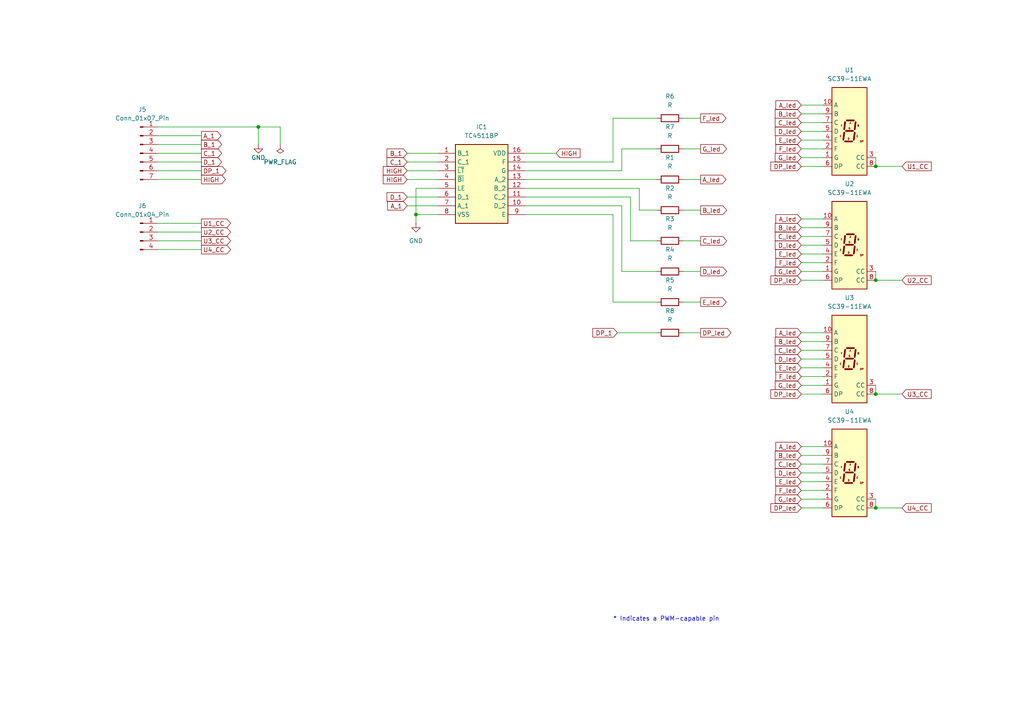
<source format=kicad_sch>
(kicad_sch (version 20250114) (generator "eeschema") (generator_version "9.0")
  (paper "A4")
  (title_block (date "mar. 31 mars 2015"))
  (lib_symbols
    (symbol "Connector:Conn_01x04_Pin" (pin_names (offset 1.016) (hide yes))
      (property "Reference" "J" (at 0 5.08 0))
      (property "Value" "Conn_01x04_Pin" (at 0 -7.62 0))
      (symbol "Conn_01x04_Pin_1_1"
        (rectangle (start 0.8636 2.667) (end 0 2.413) (stroke (width 0.1524)) (fill (type outline)))
        (rectangle (start 0.8636 0.127) (end 0 -0.127) (stroke (width 0.1524)) (fill (type outline)))
        (rectangle (start 0.8636 -2.413) (end 0 -2.667) (stroke (width 0.1524)) (fill (type outline)))
        (rectangle (start 0.8636 -4.953) (end 0 -5.207) (stroke (width 0.1524)) (fill (type outline)))
        (polyline (pts (xy 1.27 2.54) (xy 0.8636 2.54)) (stroke (width 0.1524)))
        (polyline (pts (xy 1.27 0) (xy 0.8636 0)) (stroke (width 0.1524)))
        (polyline (pts (xy 1.27 -2.54) (xy 0.8636 -2.54)) (stroke (width 0.1524)))
        (polyline (pts (xy 1.27 -5.08) (xy 0.8636 -5.08)) (stroke (width 0.1524)))
        (pin passive line (at 5.08 2.54 180) (length 3.81) (name "Pin_1") (number "1"))
        (pin passive line (at 5.08 0 180) (length 3.81) (name "Pin_2") (number "2"))
        (pin passive line (at 5.08 -2.54 180) (length 3.81) (name "Pin_3") (number "3"))
        (pin passive line (at 5.08 -5.08 180) (length 3.81) (name "Pin_4") (number "4"))
      )
    )
    (symbol "Connector:Conn_01x07_Pin" (pin_names (offset 1.016) (hide yes))
      (property "Reference" "J" (at 0 10.16 0))
      (property "Value" "Conn_01x07_Pin" (at 0 -10.16 0))
      (symbol "Conn_01x07_Pin_1_1"
        (rectangle (start 0.8636 7.747) (end 0 7.493) (stroke (width 0.1524)) (fill (type outline)))
        (rectangle (start 0.8636 5.207) (end 0 4.953) (stroke (width 0.1524)) (fill (type outline)))
        (rectangle (start 0.8636 2.667) (end 0 2.413) (stroke (width 0.1524)) (fill (type outline)))
        (rectangle (start 0.8636 0.127) (end 0 -0.127) (stroke (width 0.1524)) (fill (type outline)))
        (rectangle (start 0.8636 -2.413) (end 0 -2.667) (stroke (width 0.1524)) (fill (type outline)))
        (rectangle (start 0.8636 -4.953) (end 0 -5.207) (stroke (width 0.1524)) (fill (type outline)))
        (rectangle (start 0.8636 -7.493) (end 0 -7.747) (stroke (width 0.1524)) (fill (type outline)))
        (polyline (pts (xy 1.27 7.62) (xy 0.8636 7.62)) (stroke (width 0.1524)))
        (polyline (pts (xy 1.27 5.08) (xy 0.8636 5.08)) (stroke (width 0.1524)))
        (polyline (pts (xy 1.27 2.54) (xy 0.8636 2.54)) (stroke (width 0.1524)))
        (polyline (pts (xy 1.27 0) (xy 0.8636 0)) (stroke (width 0.1524)))
        (polyline (pts (xy 1.27 -2.54) (xy 0.8636 -2.54)) (stroke (width 0.1524)))
        (polyline (pts (xy 1.27 -5.08) (xy 0.8636 -5.08)) (stroke (width 0.1524)))
        (polyline (pts (xy 1.27 -7.62) (xy 0.8636 -7.62)) (stroke (width 0.1524)))
        (pin passive line (at 5.08 7.62 180) (length 3.81) (name "Pin_1") (number "1"))
        (pin passive line (at 5.08 5.08 180) (length 3.81) (name "Pin_2") (number "2"))
        (pin passive line (at 5.08 2.54 180) (length 3.81) (name "Pin_3") (number "3"))
        (pin passive line (at 5.08 0 180) (length 3.81) (name "Pin_4") (number "4"))
        (pin passive line (at 5.08 -2.54 180) (length 3.81) (name "Pin_5") (number "5"))
        (pin passive line (at 5.08 -5.08 180) (length 3.81) (name "Pin_6") (number "6"))
        (pin passive line (at 5.08 -7.62 180) (length 3.81) (name "Pin_7") (number "7"))
      )
    )
    (symbol "Device:R" (pin_numbers (hide yes)) (pin_names (offset 0))
      (property "Reference" "R" (at 2.032 0 90))
      (property "Value" "R" (at 0 0 90))
      (symbol "R_0_1"
        (rectangle (start -1.016 -2.54) (end 1.016 2.54) (stroke (width 0.254)))
      )
      (symbol "R_1_1"
        (pin passive line (at 0 3.81 270) (length 1.27) (name "~") (number "1"))
        (pin passive line (at 0 -3.81 90) (length 1.27) (name "~") (number "2"))
      )
    )
    (symbol "Display_Character:SC39-11EWA"
      (property "Reference" "U" (at -3.81 13.97 0))
      (property "Value" "SC39-11EWA" (at 6.35 13.97 0))
      (symbol "SC39-11EWA_1_0"
        (text "E" (at -2.54 -1.397 0) (effects (font (size 0.508 0.508))))
        (text "F" (at -2.286 1.651 0) (effects (font (size 0.508 0.508))))
        (text "D" (at -0.254 -2.159 0) (effects (font (size 0.508 0.508))))
        (text "G" (at 0 0.889 0) (effects (font (size 0.508 0.508))))
        (text "A" (at 0.254 2.413 0) (effects (font (size 0.508 0.508))))
        (text "C" (at 2.286 -1.397 0) (effects (font (size 0.508 0.508))))
        (text "B" (at 2.54 1.651 0) (effects (font (size 0.508 0.508))))
        (text "DP" (at 3.556 -2.921 0) (effects (font (size 0.508 0.508))))
      )
      (symbol "SC39-11EWA_1_1"
        (rectangle (start -5.08 12.7) (end 5.08 -12.7) (stroke (width 0.254)) (fill (type background)))
        (polyline (pts (xy -1.524 -0.381) (xy -1.778 -2.413)) (stroke (width 0.508)))
        (polyline (pts (xy -1.27 2.667) (xy -1.524 0.635)) (stroke (width 0.508)))
        (polyline (pts (xy -1.27 -2.921) (xy 0.762 -2.921)) (stroke (width 0.508)))
        (polyline (pts (xy -1.016 0.127) (xy 1.016 0.127)) (stroke (width 0.508)))
        (polyline (pts (xy -0.762 3.175) (xy 1.27 3.175)) (stroke (width 0.508)))
        (polyline (pts (xy 1.524 -0.381) (xy 1.27 -2.413)) (stroke (width 0.508)))
        (polyline (pts (xy 1.778 2.667) (xy 1.524 0.635)) (stroke (width 0.508)))
        (polyline (pts (xy 2.54 -2.921) (xy 2.54 -2.921)) (stroke (width 0.508)))
        (pin input line (at -7.62 7.62 0) (length 2.54) (name "A") (number "10"))
        (pin input line (at -7.62 5.08 0) (length 2.54) (name "B") (number "9"))
        (pin input line (at -7.62 2.54 0) (length 2.54) (name "C") (number "7"))
        (pin input line (at -7.62 0 0) (length 2.54) (name "D") (number "5"))
        (pin input line (at -7.62 -2.54 0) (length 2.54) (name "E") (number "4"))
        (pin input line (at -7.62 -5.08 0) (length 2.54) (name "F") (number "2"))
        (pin input line (at -7.62 -7.62 0) (length 2.54) (name "G") (number "1"))
        (pin input line (at -7.62 -10.16 0) (length 2.54) (name "DP") (number "6"))
        (pin input line (at 7.62 -7.62 180) (length 2.54) (name "CC") (number "3"))
        (pin input line (at 7.62 -10.16 180) (length 2.54) (name "CC") (number "8"))
      )
    )
    (symbol "TC4511BP:TC4511BP"
      (property "Reference" "IC" (at 21.59 7.62 0))
      (property "Value" "TC4511BP" (at 21.59 5.08 0))
      (symbol "TC4511BP_1_1"
        (rectangle (start 5.08 2.54) (end 20.32 -20.32) (stroke (width 0.254)) (fill (type background)))
        (pin passive line (at 0 0 0) (length 5.08) (name "B_1") (number "1"))
        (pin passive line (at 0 -2.54 0) (length 5.08) (name "C_1") (number "2"))
        (pin passive line (at 0 -5.08 0) (length 5.08) (name "~{LT}") (number "3"))
        (pin passive line (at 0 -7.62 0) (length 5.08) (name "~{BI}") (number "4"))
        (pin passive line (at 0 -10.16 0) (length 5.08) (name "LE") (number "5"))
        (pin passive line (at 0 -12.7 0) (length 5.08) (name "D_1") (number "6"))
        (pin passive line (at 0 -15.24 0) (length 5.08) (name "A_1") (number "7"))
        (pin passive line (at 0 -17.78 0) (length 5.08) (name "VSS") (number "8"))
        (pin passive line (at 25.4 0 180) (length 5.08) (name "VDD") (number "16"))
        (pin passive line (at 25.4 -2.54 180) (length 5.08) (name "F") (number "15"))
        (pin passive line (at 25.4 -5.08 180) (length 5.08) (name "G") (number "14"))
        (pin passive line (at 25.4 -7.62 180) (length 5.08) (name "A_2") (number "13"))
        (pin passive line (at 25.4 -10.16 180) (length 5.08) (name "B_2") (number "12"))
        (pin passive line (at 25.4 -12.7 180) (length 5.08) (name "C_2") (number "11"))
        (pin passive line (at 25.4 -15.24 180) (length 5.08) (name "D_2") (number "10"))
        (pin passive line (at 25.4 -17.78 180) (length 5.08) (name "E") (number "9"))
      )
    )
    (symbol "power:GND" (power) (pin_numbers (hide yes)) (pin_names (offset 0) (hide yes))
      (property "Value" "GND" (at 0 -3.81 0))
      (symbol "GND_0_1"
        (polyline (pts (xy 0 0) (xy 0 -1.27) (xy 1.27 -1.27) (xy 0 -2.54) (xy -1.27 -1.27) (xy 0 -1.27)))
      )
      (symbol "GND_1_1"
        (pin power_in line (at 0 0 270) (length 0) (name "~") (number "1"))
      )
    )
    (symbol "power:PWR_FLAG" (power) (pin_numbers (hide yes)) (pin_names (offset 0) (hide yes))
      (property "Value" "PWR_FLAG" (at 0 3.81 0))
      (symbol "PWR_FLAG_0_0"
        (pin power_out line (at 0 0 90) (length 0) (name "~") (number "1"))
      )
      (symbol "PWR_FLAG_0_1"
        (polyline (pts (xy 0 0) (xy 0 1.27) (xy -1.016 1.905) (xy 0 2.54) (xy 1.016 1.905) (xy 0 1.27)))
      )
    )
  )
  (text "* Indicates a PWM-capable pin" (at 177.8 180.34 0) (effects (font (size 1.27 1.27)) (justify left bottom)))
  (junction (at 74.93 36.83))
  (junction (at 254 81.28))
  (junction (at 254 147.32))
  (junction (at 254 48.26))
  (junction (at 120.65 62.23))
  (junction (at 254 114.3))
  (wire (pts (xy 180.34 59.69) (xy 180.34 78.74)))
  (wire (pts (xy 198.12 87.63) (xy 203.2 87.63)))
  (wire (pts (xy 177.8 87.63) (xy 190.5 87.63)))
  (wire (pts (xy 232.41 33.02) (xy 238.76 33.02)))
  (wire (pts (xy 232.41 144.78) (xy 238.76 144.78)))
  (wire (pts (xy 254 81.28) (xy 261.62 81.28)))
  (wire (pts (xy 232.41 66.04) (xy 238.76 66.04)))
  (wire (pts (xy 254 144.78) (xy 254 147.32)))
  (wire (pts (xy 232.41 114.3) (xy 238.76 114.3)))
  (wire (pts (xy 182.88 57.15) (xy 182.88 69.85)))
  (wire (pts (xy 120.65 54.61) (xy 120.65 62.23)))
  (wire (pts (xy 254 111.76) (xy 254 114.3)))
  (wire (pts (xy 45.72 52.07) (xy 58.42 52.07)))
  (wire (pts (xy 232.41 68.58) (xy 238.76 68.58)))
  (wire (pts (xy 232.41 38.1) (xy 238.76 38.1)))
  (wire (pts (xy 177.8 62.23) (xy 177.8 87.63)))
  (wire (pts (xy 152.4 59.69) (xy 180.34 59.69)))
  (wire (pts (xy 45.72 69.85) (xy 58.42 69.85)))
  (wire (pts (xy 177.8 46.99) (xy 177.8 34.29)))
  (wire (pts (xy 45.72 64.77) (xy 58.42 64.77)))
  (wire (pts (xy 232.41 40.64) (xy 238.76 40.64)))
  (wire (pts (xy 182.88 69.85) (xy 190.5 69.85)))
  (wire (pts (xy 232.41 132.08) (xy 238.76 132.08)))
  (wire (pts (xy 232.41 71.12) (xy 238.76 71.12)))
  (wire (pts (xy 190.5 43.18) (xy 180.34 43.18)))
  (wire (pts (xy 232.41 101.6) (xy 238.76 101.6)))
  (wire (pts (xy 232.41 76.2) (xy 238.76 76.2)))
  (wire (pts (xy 232.41 104.14) (xy 238.76 104.14)))
  (wire (pts (xy 45.72 46.99) (xy 58.42 46.99)))
  (wire (pts (xy 180.34 43.18) (xy 180.34 49.53)))
  (wire (pts (xy 232.41 134.62) (xy 238.76 134.62)))
  (wire (pts (xy 45.72 44.45) (xy 58.42 44.45)))
  (wire (pts (xy 118.11 52.07) (xy 127 52.07)))
  (wire (pts (xy 185.42 54.61) (xy 152.4 54.61)))
  (wire (pts (xy 45.72 49.53) (xy 58.42 49.53)))
  (wire (pts (xy 232.41 106.68) (xy 238.76 106.68)))
  (wire (pts (xy 198.12 96.52) (xy 203.2 96.52)))
  (wire (pts (xy 118.11 44.45) (xy 127 44.45)))
  (wire (pts (xy 232.41 137.16) (xy 238.76 137.16)))
  (wire (pts (xy 232.41 73.66) (xy 238.76 73.66)))
  (wire (pts (xy 198.12 60.96) (xy 203.2 60.96)))
  (wire (pts (xy 45.72 72.39) (xy 58.42 72.39)))
  (wire (pts (xy 232.41 45.72) (xy 238.76 45.72)))
  (wire (pts (xy 254 45.72) (xy 254 48.26)))
  (wire (pts (xy 152.4 62.23) (xy 177.8 62.23)))
  (wire (pts (xy 190.5 60.96) (xy 185.42 60.96)))
  (wire (pts (xy 118.11 57.15) (xy 127 57.15)))
  (wire (pts (xy 120.65 64.77) (xy 120.65 62.23)))
  (wire (pts (xy 118.11 59.69) (xy 127 59.69)))
  (wire (pts (xy 232.41 99.06) (xy 238.76 99.06)))
  (wire (pts (xy 127 54.61) (xy 120.65 54.61)))
  (wire (pts (xy 232.41 111.76) (xy 238.76 111.76)))
  (wire (pts (xy 254 147.32) (xy 261.62 147.32)))
  (wire (pts (xy 81.28 41.91) (xy 81.28 36.83)))
  (wire (pts (xy 198.12 43.18) (xy 203.2 43.18)))
  (wire (pts (xy 152.4 46.99) (xy 177.8 46.99)))
  (wire (pts (xy 45.72 67.31) (xy 58.42 67.31)))
  (wire (pts (xy 120.65 62.23) (xy 127 62.23)))
  (wire (pts (xy 232.41 81.28) (xy 238.76 81.28)))
  (wire (pts (xy 179.07 96.52) (xy 190.5 96.52)))
  (wire (pts (xy 232.41 48.26) (xy 238.76 48.26)))
  (wire (pts (xy 198.12 69.85) (xy 203.2 69.85)))
  (wire (pts (xy 232.41 30.48) (xy 238.76 30.48)))
  (wire (pts (xy 81.28 36.83) (xy 74.93 36.83)))
  (wire (pts (xy 118.11 46.99) (xy 127 46.99)))
  (wire (pts (xy 185.42 60.96) (xy 185.42 54.61)))
  (wire (pts (xy 232.41 142.24) (xy 238.76 142.24)))
  (wire (pts (xy 232.41 35.56) (xy 238.76 35.56)))
  (wire (pts (xy 198.12 52.07) (xy 203.2 52.07)))
  (wire (pts (xy 232.41 139.7) (xy 238.76 139.7)))
  (wire (pts (xy 232.41 147.32) (xy 238.76 147.32)))
  (wire (pts (xy 232.41 63.5) (xy 238.76 63.5)))
  (wire (pts (xy 180.34 49.53) (xy 152.4 49.53)))
  (wire (pts (xy 74.93 36.83) (xy 45.72 36.83)))
  (wire (pts (xy 232.41 109.22) (xy 238.76 109.22)))
  (wire (pts (xy 232.41 96.52) (xy 238.76 96.52)))
  (wire (pts (xy 118.11 49.53) (xy 127 49.53)))
  (wire (pts (xy 254 48.26) (xy 261.62 48.26)))
  (wire (pts (xy 232.41 129.54) (xy 238.76 129.54)))
  (wire (pts (xy 45.72 41.91) (xy 58.42 41.91)))
  (wire (pts (xy 254 78.74) (xy 254 81.28)))
  (wire (pts (xy 254 114.3) (xy 261.62 114.3)))
  (wire (pts (xy 198.12 78.74) (xy 203.2 78.74)))
  (wire (pts (xy 180.34 78.74) (xy 190.5 78.74)))
  (wire (pts (xy 152.4 57.15) (xy 182.88 57.15)))
  (wire (pts (xy 198.12 34.29) (xy 203.2 34.29)))
  (wire (pts (xy 232.41 78.74) (xy 238.76 78.74)))
  (wire (pts (xy 232.41 43.18) (xy 238.76 43.18)))
  (wire (pts (xy 152.4 52.07) (xy 190.5 52.07)))
  (wire (pts (xy 152.4 44.45) (xy 161.29 44.45)))
  (wire (pts (xy 45.72 39.37) (xy 58.42 39.37)))
  (wire (pts (xy 177.8 34.29) (xy 190.5 34.29)))
  (wire (pts (xy 74.93 41.91) (xy 74.93 36.83)))
  (global_label "G_led" (shape output) (at 203.2 43.18 0) (property "Intersheetrefs" "${INTERSHEET_REFS}" (effects (hide yes))))
  (global_label "A_led" (shape input) (at 232.41 63.5 180) (property "Intersheetrefs" "${INTERSHEET_REFS}" (effects (hide yes))))
  (global_label "B_1" (shape output) (at 58.42 41.91 0) (property "Intersheetrefs" "${INTERSHEET_REFS}" (effects (hide yes))))
  (global_label "DP_1" (shape input) (at 179.07 96.52 180) (property "Intersheetrefs" "${INTERSHEET_REFS}" (effects (hide yes))))
  (global_label "HIGH" (shape input) (at 118.11 49.53 180) (property "Intersheetrefs" "${INTERSHEET_REFS}" (effects (hide yes))))
  (global_label "D_led" (shape input) (at 232.41 104.14 180) (property "Intersheetrefs" "${INTERSHEET_REFS}" (effects (hide yes))))
  (global_label "A_led" (shape input) (at 232.41 96.52 180) (property "Intersheetrefs" "${INTERSHEET_REFS}" (effects (hide yes))))
  (global_label "C_led" (shape input) (at 232.41 68.58 180) (property "Intersheetrefs" "${INTERSHEET_REFS}" (effects (hide yes))))
  (global_label "B_led" (shape output) (at 203.2 60.96 0) (property "Intersheetrefs" "${INTERSHEET_REFS}" (effects (hide yes))))
  (global_label "A_1" (shape output) (at 58.42 39.37 0) (property "Intersheetrefs" "${INTERSHEET_REFS}" (effects (hide yes))))
  (global_label "U1_CC" (shape output) (at 58.42 64.77 0) (property "Intersheetrefs" "${INTERSHEET_REFS}" (effects (hide yes))))
  (global_label "F_led" (shape input) (at 232.41 109.22 180) (property "Intersheetrefs" "${INTERSHEET_REFS}" (effects (hide yes))))
  (global_label "HIGH" (shape input) (at 118.11 52.07 180) (property "Intersheetrefs" "${INTERSHEET_REFS}" (effects (hide yes))))
  (global_label "F_led" (shape input) (at 232.41 76.2 180) (property "Intersheetrefs" "${INTERSHEET_REFS}" (effects (hide yes))))
  (global_label "HIGH" (shape input) (at 161.29 44.45 0) (property "Intersheetrefs" "${INTERSHEET_REFS}" (effects (hide yes))))
  (global_label "B_1" (shape input) (at 118.11 44.45 180) (property "Intersheetrefs" "${INTERSHEET_REFS}" (effects (hide yes))))
  (global_label "DP_led" (shape output) (at 203.2 96.52 0) (property "Intersheetrefs" "${INTERSHEET_REFS}" (effects (hide yes))))
  (global_label "DP_led" (shape input) (at 232.41 48.26 180) (property "Intersheetrefs" "${INTERSHEET_REFS}" (effects (hide yes))))
  (global_label "A_led" (shape output) (at 203.2 52.07 0) (property "Intersheetrefs" "${INTERSHEET_REFS}" (effects (hide yes))))
  (global_label "U3_CC" (shape output) (at 58.42 69.85 0) (property "Intersheetrefs" "${INTERSHEET_REFS}" (effects (hide yes))))
  (global_label "F_led" (shape input) (at 232.41 142.24 180) (property "Intersheetrefs" "${INTERSHEET_REFS}" (effects (hide yes))))
  (global_label "F_led" (shape input) (at 232.41 43.18 180) (property "Intersheetrefs" "${INTERSHEET_REFS}" (effects (hide yes))))
  (global_label "D_led" (shape output) (at 203.2 78.74 0) (property "Intersheetrefs" "${INTERSHEET_REFS}" (effects (hide yes))))
  (global_label "F_led" (shape output) (at 203.2 34.29 0) (property "Intersheetrefs" "${INTERSHEET_REFS}" (effects (hide yes))))
  (global_label "E_led" (shape input) (at 232.41 40.64 180) (property "Intersheetrefs" "${INTERSHEET_REFS}" (effects (hide yes))))
  (global_label "B_led" (shape input) (at 232.41 33.02 180) (property "Intersheetrefs" "${INTERSHEET_REFS}" (effects (hide yes))))
  (global_label "A_led" (shape input) (at 232.41 30.48 180) (property "Intersheetrefs" "${INTERSHEET_REFS}" (effects (hide yes))))
  (global_label "G_led" (shape input) (at 232.41 144.78 180) (property "Intersheetrefs" "${INTERSHEET_REFS}" (effects (hide yes))))
  (global_label "C_1" (shape input) (at 118.11 46.99 180) (property "Intersheetrefs" "${INTERSHEET_REFS}" (effects (hide yes))))
  (global_label "D_1" (shape input) (at 118.11 57.15 180) (property "Intersheetrefs" "${INTERSHEET_REFS}" (effects (hide yes))))
  (global_label "E_led" (shape input) (at 232.41 106.68 180) (property "Intersheetrefs" "${INTERSHEET_REFS}" (effects (hide yes))))
  (global_label "U2_CC" (shape output) (at 58.42 67.31 0) (property "Intersheetrefs" "${INTERSHEET_REFS}" (effects (hide yes))))
  (global_label "DP_1" (shape output) (at 58.42 49.53 0) (property "Intersheetrefs" "${INTERSHEET_REFS}" (effects (hide yes))))
  (global_label "C_led" (shape output) (at 203.2 69.85 0) (property "Intersheetrefs" "${INTERSHEET_REFS}" (effects (hide yes))))
  (global_label "DP_led" (shape input) (at 232.41 81.28 180) (property "Intersheetrefs" "${INTERSHEET_REFS}" (effects (hide yes))))
  (global_label "C_1" (shape output) (at 58.42 44.45 0) (property "Intersheetrefs" "${INTERSHEET_REFS}" (effects (hide yes))))
  (global_label "E_led" (shape input) (at 232.41 73.66 180) (property "Intersheetrefs" "${INTERSHEET_REFS}" (effects (hide yes))))
  (global_label "A_1" (shape input) (at 118.11 59.69 180) (property "Intersheetrefs" "${INTERSHEET_REFS}" (effects (hide yes))))
  (global_label "U3_CC" (shape input) (at 261.62 114.3 0) (property "Intersheetrefs" "${INTERSHEET_REFS}" (effects (hide yes))))
  (global_label "U1_CC" (shape input) (at 261.62 48.26 0) (property "Intersheetrefs" "${INTERSHEET_REFS}" (effects (hide yes))))
  (global_label "E_led" (shape input) (at 232.41 139.7 180) (property "Intersheetrefs" "${INTERSHEET_REFS}" (effects (hide yes))))
  (global_label "B_led" (shape input) (at 232.41 66.04 180) (property "Intersheetrefs" "${INTERSHEET_REFS}" (effects (hide yes))))
  (global_label "U4_CC" (shape input) (at 261.62 147.32 0) (property "Intersheetrefs" "${INTERSHEET_REFS}" (effects (hide yes))))
  (global_label "G_led" (shape input) (at 232.41 45.72 180) (property "Intersheetrefs" "${INTERSHEET_REFS}" (effects (hide yes))))
  (global_label "U2_CC" (shape input) (at 261.62 81.28 0) (property "Intersheetrefs" "${INTERSHEET_REFS}" (effects (hide yes))))
  (global_label "A_led" (shape input) (at 232.41 129.54 180) (property "Intersheetrefs" "${INTERSHEET_REFS}" (effects (hide yes))))
  (global_label "C_led" (shape input) (at 232.41 101.6 180) (property "Intersheetrefs" "${INTERSHEET_REFS}" (effects (hide yes))))
  (global_label "E_led" (shape output) (at 203.2 87.63 0) (property "Intersheetrefs" "${INTERSHEET_REFS}" (effects (hide yes))))
  (global_label "D_led" (shape input) (at 232.41 38.1 180) (property "Intersheetrefs" "${INTERSHEET_REFS}" (effects (hide yes))))
  (global_label "G_led" (shape input) (at 232.41 78.74 180) (property "Intersheetrefs" "${INTERSHEET_REFS}" (effects (hide yes))))
  (global_label "G_led" (shape input) (at 232.41 111.76 180) (property "Intersheetrefs" "${INTERSHEET_REFS}" (effects (hide yes))))
  (global_label "B_led" (shape input) (at 232.41 132.08 180) (property "Intersheetrefs" "${INTERSHEET_REFS}" (effects (hide yes))))
  (global_label "D_led" (shape input) (at 232.41 71.12 180) (property "Intersheetrefs" "${INTERSHEET_REFS}" (effects (hide yes))))
  (global_label "DP_led" (shape input) (at 232.41 147.32 180) (property "Intersheetrefs" "${INTERSHEET_REFS}" (effects (hide yes))))
  (global_label "U4_CC" (shape output) (at 58.42 72.39 0) (property "Intersheetrefs" "${INTERSHEET_REFS}" (effects (hide yes))))
  (global_label "C_led" (shape input) (at 232.41 134.62 180) (property "Intersheetrefs" "${INTERSHEET_REFS}" (effects (hide yes))))
  (global_label "DP_led" (shape input) (at 232.41 114.3 180) (property "Intersheetrefs" "${INTERSHEET_REFS}" (effects (hide yes))))
  (global_label "B_led" (shape input) (at 232.41 99.06 180) (property "Intersheetrefs" "${INTERSHEET_REFS}" (effects (hide yes))))
  (global_label "HIGH" (shape output) (at 58.42 52.07 0) (property "Intersheetrefs" "${INTERSHEET_REFS}" (effects (hide yes))))
  (global_label "D_1" (shape output) (at 58.42 46.99 0) (property "Intersheetrefs" "${INTERSHEET_REFS}" (effects (hide yes))))
  (global_label "D_led" (shape input) (at 232.41 137.16 180) (property "Intersheetrefs" "${INTERSHEET_REFS}" (effects (hide yes))))
  (global_label "C_led" (shape input) (at 232.41 35.56 180) (property "Intersheetrefs" "${INTERSHEET_REFS}" (effects (hide yes))))
  (symbol (lib_id "power:GND") (at 74.93 41.91 0) (unit 1)
    (property "Reference" "#PWR05" (effects (hide yes)))
    (property "Value" "GND" (at 74.93 45.72 0))
    (property "Description" "Power symbol creates a global label with name \"GND\" , ground" (effects (hide yes)))
  )
  (symbol (lib_id "Display_Character:SC39-11EWA") (at 246.38 71.12 0) (unit 1)
    (property "Reference" "U2" (at 246.38 53.34 0))
    (property "Value" "SC39-11EWA" (at 246.38 55.88 0))
    (property "Footprint" "Display_7Segment:Sx39-1xxxxx" (effects (hide yes)))
    (property "Datasheet" "http://www.kingbrightusa.com/images/catalog/SPEC/sc39-11ewa.pdf" (effects (hide yes)))
    (property "Description" "Single digit 7 segment display, high efficiency red, common cathode" (effects (hide yes)))
  )
  (symbol (lib_id "Device:R") (at 194.31 60.96 90) (unit 1)
    (property "Reference" "R2" (at 194.31 54.61 90))
    (property "Value" "R" (at 194.31 57.15 90))
    (property "Footprint" "Resistor_THT:R_Axial_DIN0207_L6.3mm_D2.5mm_P10.16mm_Horizontal" (effects (hide yes)))
    (property "Description" "Resistor" (effects (hide yes)))
  )
  (symbol (lib_id "Connector:Conn_01x07_Pin") (at 40.64 44.45 0) (unit 1)
    (property "Reference" "J5" (at 41.275 31.75 0))
    (property "Value" "Conn_01x07_Pin" (at 41.275 34.29 0))
    (property "Footprint" "Connector_PinHeader_2.54mm:PinHeader_1x07_P2.54mm_Vertical" (effects (hide yes)))
    (property "Description" "Generic connector, single row, 01x07, script generated" (effects (hide yes)))
  )
  (symbol (lib_id "Device:R") (at 194.31 96.52 90) (unit 1)
    (property "Reference" "R8" (at 194.31 90.17 90))
    (property "Value" "R" (at 194.31 92.71 90))
    (property "Footprint" "Resistor_THT:R_Axial_DIN0207_L6.3mm_D2.5mm_P10.16mm_Horizontal" (effects (hide yes)))
    (property "Description" "Resistor" (effects (hide yes)))
  )
  (symbol (lib_id "Device:R") (at 194.31 78.74 90) (unit 1)
    (property "Reference" "R4" (at 194.31 72.39 90))
    (property "Value" "R" (at 194.31 74.93 90))
    (property "Footprint" "Resistor_THT:R_Axial_DIN0207_L6.3mm_D2.5mm_P10.16mm_Horizontal" (effects (hide yes)))
    (property "Description" "Resistor" (effects (hide yes)))
  )
  (symbol (lib_id "Display_Character:SC39-11EWA") (at 246.38 38.1 0) (unit 1)
    (property "Reference" "U1" (at 246.38 20.32 0))
    (property "Value" "SC39-11EWA" (at 246.38 22.86 0))
    (property "Footprint" "Display_7Segment:Sx39-1xxxxx" (effects (hide yes)))
    (property "Datasheet" "http://www.kingbrightusa.com/images/catalog/SPEC/sc39-11ewa.pdf" (effects (hide yes)))
    (property "Description" "Single digit 7 segment display, high efficiency red, common cathode" (effects (hide yes)))
  )
  (symbol (lib_id "Device:R") (at 194.31 69.85 90) (unit 1)
    (property "Reference" "R3" (at 194.31 63.5 90))
    (property "Value" "R" (at 194.31 66.04 90))
    (property "Footprint" "Resistor_THT:R_Axial_DIN0207_L6.3mm_D2.5mm_P10.16mm_Horizontal" (effects (hide yes)))
    (property "Description" "Resistor" (effects (hide yes)))
  )
  (symbol (lib_id "Connector:Conn_01x04_Pin") (at 40.64 67.31 0) (unit 1)
    (property "Reference" "J6" (at 41.275 59.69 0))
    (property "Value" "Conn_01x04_Pin" (at 41.275 62.23 0))
    (property "Footprint" "Connector_PinHeader_2.54mm:PinHeader_1x04_P2.54mm_Vertical" (effects (hide yes)))
    (property "Description" "Generic connector, single row, 01x04, script generated" (effects (hide yes)))
  )
  (symbol (lib_id "Device:R") (at 194.31 87.63 90) (unit 1)
    (property "Reference" "R5" (at 194.31 81.28 90))
    (property "Value" "R" (at 194.31 83.82 90))
    (property "Footprint" "Resistor_THT:R_Axial_DIN0207_L6.3mm_D2.5mm_P10.16mm_Horizontal" (effects (hide yes)))
    (property "Description" "Resistor" (effects (hide yes)))
  )
  (symbol (lib_id "power:PWR_FLAG") (at 81.28 41.91 0) (mirror x) (unit 1)
    (property "Reference" "#FLG02" (effects (hide yes)))
    (property "Value" "PWR_FLAG" (at 81.28 46.99 0))
    (property "Description" "Special symbol for telling ERC where power comes from" (effects (hide yes)))
  )
  (symbol (lib_id "Display_Character:SC39-11EWA") (at 246.38 137.16 0) (unit 1)
    (property "Reference" "U4" (at 246.38 119.38 0))
    (property "Value" "SC39-11EWA" (at 246.38 121.92 0))
    (property "Footprint" "Display_7Segment:Sx39-1xxxxx" (effects (hide yes)))
    (property "Datasheet" "http://www.kingbrightusa.com/images/catalog/SPEC/sc39-11ewa.pdf" (effects (hide yes)))
    (property "Description" "Single digit 7 segment display, high efficiency red, common cathode" (effects (hide yes)))
  )
  (symbol (lib_id "TC4511BP:TC4511BP") (at 127 44.45 0) (unit 1)
    (property "Reference" "IC1" (at 139.7 36.83 0))
    (property "Value" "TC4511BP" (at 139.7 39.37 0))
    (property "Footprint" "TC4511BP:DIP762W60P254L1975H445Q16N" (effects (hide yes)))
    (property "Datasheet" "https://toshiba.semicon-storage.com/info/TC4511BP_datasheet_en_20201015.pdf?did=19842&prodName=TC4511BP" (effects (hide yes)))
    (property "Description" "BCD-to-Seven Segment Latch/Decoder/Driver" (effects (hide yes)))
    (property "Height" "4.45" (effects (hide yes)))
    (property "Manufacturer_Name" "Toshiba" (effects (hide yes)))
    (property "Manufacturer_Part_Number" "TC4511BP" (effects (hide yes)))
    (property "Mouser Part Number" "N/A" (effects (hide yes)))
    (property "Mouser Price/Stock" "https://www.mouser.co.uk/ProductDetail/Toshiba/TC4511BP?qs=NQMal8mNAAvK6bcMDho3fw%3D%3D" (effects (hide yes)))
  )
  (symbol (lib_id "Display_Character:SC39-11EWA") (at 246.38 104.14 0) (unit 1)
    (property "Reference" "U3" (at 246.38 86.36 0))
    (property "Value" "SC39-11EWA" (at 246.38 88.9 0))
    (property "Footprint" "Display_7Segment:Sx39-1xxxxx" (effects (hide yes)))
    (property "Datasheet" "http://www.kingbrightusa.com/images/catalog/SPEC/sc39-11ewa.pdf" (effects (hide yes)))
    (property "Description" "Single digit 7 segment display, high efficiency red, common cathode" (effects (hide yes)))
  )
  (symbol (lib_id "Device:R") (at 194.31 34.29 90) (unit 1)
    (property "Reference" "R6" (at 194.31 27.94 90))
    (property "Value" "R" (at 194.31 30.48 90))
    (property "Footprint" "Resistor_THT:R_Axial_DIN0207_L6.3mm_D2.5mm_P10.16mm_Horizontal" (effects (hide yes)))
    (property "Description" "Resistor" (effects (hide yes)))
  )
  (symbol (lib_id "power:GND") (at 120.65 64.77 0) (unit 1)
    (property "Reference" "#PWR06" (effects (hide yes)))
    (property "Value" "GND" (at 120.65 69.85 0))
    (property "Description" "Power symbol creates a global label with name \"GND\" , ground" (effects (hide yes)))
  )
  (symbol (lib_id "Device:R") (at 194.31 43.18 90) (unit 1)
    (property "Reference" "R7" (at 194.31 36.83 90))
    (property "Value" "R" (at 194.31 39.37 90))
    (property "Footprint" "Resistor_THT:R_Axial_DIN0207_L6.3mm_D2.5mm_P10.16mm_Horizontal" (effects (hide yes)))
    (property "Description" "Resistor" (effects (hide yes)))
  )
  (symbol (lib_id "Device:R") (at 194.31 52.07 90) (unit 1)
    (property "Reference" "R1" (at 194.31 45.72 90))
    (property "Value" "R" (at 194.31 48.26 90))
    (property "Footprint" "Resistor_THT:R_Axial_DIN0207_L6.3mm_D2.5mm_P10.16mm_Horizontal" (effects (hide yes)))
    (property "Description" "Resistor" (effects (hide yes)))
  )
)
</source>
